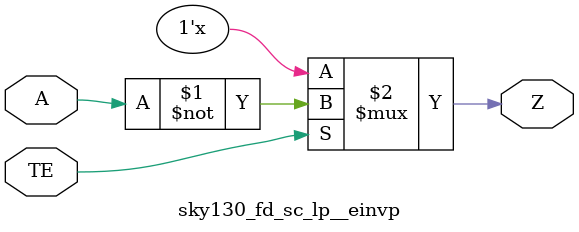
<source format=v>
/*
 * Copyright 2020 The SkyWater PDK Authors
 *
 * Licensed under the Apache License, Version 2.0 (the "License");
 * you may not use this file except in compliance with the License.
 * You may obtain a copy of the License at
 *
 *     https://www.apache.org/licenses/LICENSE-2.0
 *
 * Unless required by applicable law or agreed to in writing, software
 * distributed under the License is distributed on an "AS IS" BASIS,
 * WITHOUT WARRANTIES OR CONDITIONS OF ANY KIND, either express or implied.
 * See the License for the specific language governing permissions and
 * limitations under the License.
 *
 * SPDX-License-Identifier: Apache-2.0
*/


`ifndef SKY130_FD_SC_LP__EINVP_FUNCTIONAL_V
`define SKY130_FD_SC_LP__EINVP_FUNCTIONAL_V

/**
 * einvp: Tri-state inverter, positive enable.
 *
 * Verilog simulation functional model.
 */

`timescale 1ns / 1ps
`default_nettype none

`celldefine
module sky130_fd_sc_lp__einvp (
    Z ,
    A ,
    TE
);

    // Module ports
    output Z ;
    input  A ;
    input  TE;

    //     Name     Output  Other arguments
    notif1 notif10 (Z     , A, TE          );

endmodule
`endcelldefine

`default_nettype wire
`endif  // SKY130_FD_SC_LP__EINVP_FUNCTIONAL_V
</source>
